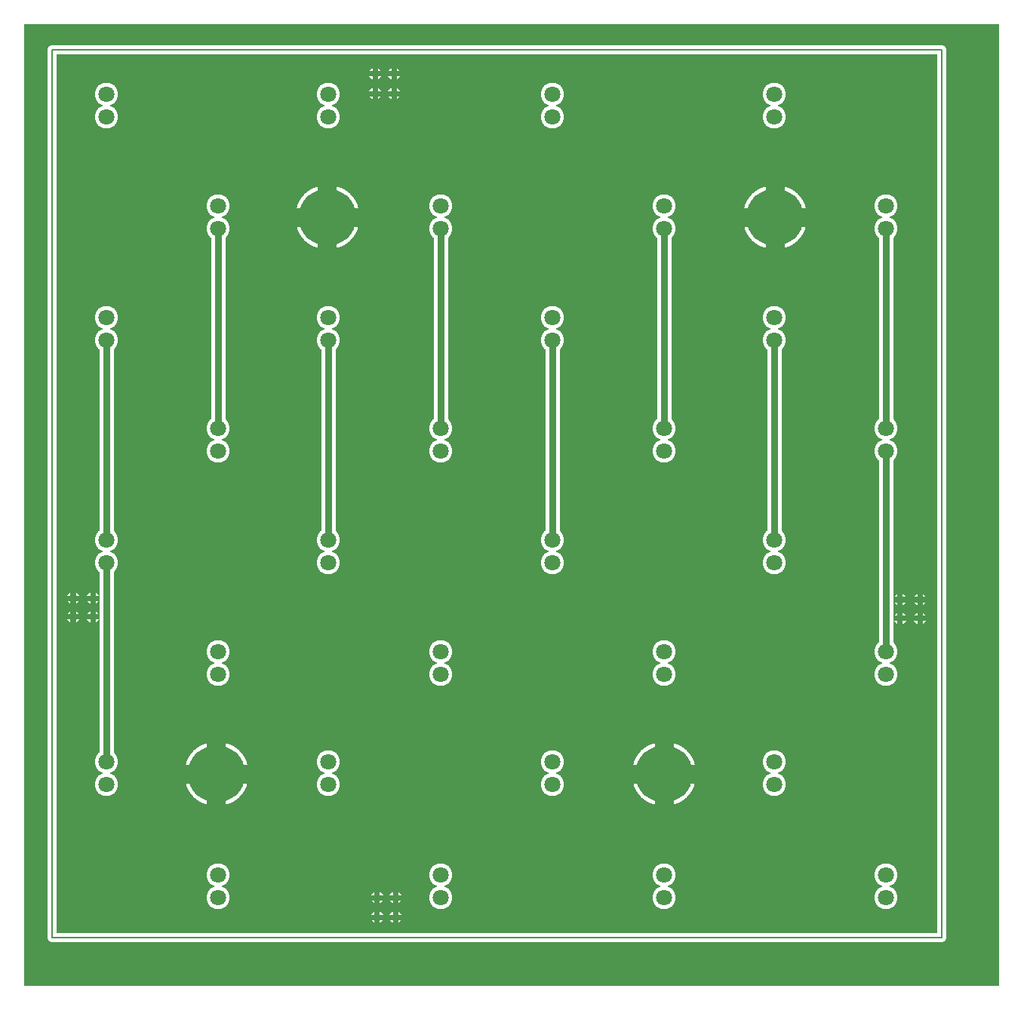
<source format=gbr>
%FSLAX34Y34*%
%MOMM*%
%LNCOPPER_TOP*%
G71*
G01*
%ADD10C, 2.60*%
%ADD11C, 1.40*%
%ADD12C, 1.60*%
%ADD13C, 1.00*%
%ADD14C, 7.20*%
%ADD15C, 0.60*%
%ADD16C, 2.13*%
%ADD17C, 0.20*%
%ADD18C, 1.80*%
%ADD19C, 0.60*%
%ADD20C, 0.80*%
%ADD21C, 6.40*%
%LPD*%
G36*
X-31353Y1025400D02*
X1062647Y1025400D01*
X1062647Y-54600D01*
X-31353Y-54600D01*
X-31353Y1025400D01*
G37*
%LPC*%
X435372Y571500D02*
G54D10*
D03*
X435372Y546100D02*
G54D10*
D03*
X686197Y571500D02*
G54D10*
D03*
X686197Y546100D02*
G54D10*
D03*
X935434Y571500D02*
G54D10*
D03*
X935434Y546100D02*
G54D10*
D03*
X186134Y571500D02*
G54D10*
D03*
X186134Y546100D02*
G54D10*
D03*
X435372Y320675D02*
G54D10*
D03*
X435372Y295275D02*
G54D10*
D03*
X686197Y320675D02*
G54D10*
D03*
X686197Y295275D02*
G54D10*
D03*
X935434Y320675D02*
G54D10*
D03*
X935434Y295275D02*
G54D10*
D03*
X186134Y320675D02*
G54D10*
D03*
X186134Y295275D02*
G54D10*
D03*
X435372Y69850D02*
G54D10*
D03*
X435372Y44450D02*
G54D10*
D03*
X686197Y69850D02*
G54D10*
D03*
X686197Y44450D02*
G54D10*
D03*
X935434Y69850D02*
G54D10*
D03*
X935434Y44450D02*
G54D10*
D03*
X186134Y69850D02*
G54D10*
D03*
X186134Y44450D02*
G54D10*
D03*
X309960Y196850D02*
G54D10*
D03*
X309960Y171450D02*
G54D10*
D03*
X560784Y196850D02*
G54D10*
D03*
X560784Y171450D02*
G54D10*
D03*
X810022Y196850D02*
G54D10*
D03*
X810022Y171450D02*
G54D10*
D03*
X60722Y196850D02*
G54D10*
D03*
X60722Y171450D02*
G54D10*
D03*
X309960Y446088D02*
G54D10*
D03*
X309960Y420688D02*
G54D10*
D03*
X560784Y446088D02*
G54D10*
D03*
X560784Y420688D02*
G54D10*
D03*
X810022Y446088D02*
G54D10*
D03*
X810022Y420688D02*
G54D10*
D03*
X60722Y446088D02*
G54D10*
D03*
X60722Y420688D02*
G54D10*
D03*
X309960Y695325D02*
G54D10*
D03*
X309960Y669925D02*
G54D10*
D03*
X560784Y695325D02*
G54D10*
D03*
X560784Y669925D02*
G54D10*
D03*
X810022Y695325D02*
G54D10*
D03*
X810022Y669925D02*
G54D10*
D03*
X60722Y695325D02*
G54D10*
D03*
X60722Y669925D02*
G54D10*
D03*
X435372Y820738D02*
G54D10*
D03*
X435372Y795338D02*
G54D10*
D03*
X686197Y820738D02*
G54D10*
D03*
X686197Y795338D02*
G54D10*
D03*
X935434Y820738D02*
G54D10*
D03*
X935434Y795338D02*
G54D10*
D03*
X186134Y820738D02*
G54D10*
D03*
X186134Y795338D02*
G54D10*
D03*
X309960Y946150D02*
G54D10*
D03*
X309960Y920750D02*
G54D10*
D03*
X560784Y946150D02*
G54D10*
D03*
X560784Y920750D02*
G54D10*
D03*
X810022Y946150D02*
G54D10*
D03*
X810022Y920750D02*
G54D10*
D03*
X60722Y946150D02*
G54D10*
D03*
X60722Y920750D02*
G54D10*
D03*
X362346Y946942D02*
G54D11*
D03*
X362346Y969167D02*
G54D11*
D03*
G54D12*
X186134Y795338D02*
X186134Y571500D01*
G54D12*
X309960Y669925D02*
X309960Y446088D01*
G54D12*
X435372Y795338D02*
X435372Y571500D01*
G54D12*
X560784Y669925D02*
X560784Y446088D01*
G54D12*
X810022Y669925D02*
X810022Y446088D01*
G54D12*
X686197Y795338D02*
X686197Y571500D01*
G54D12*
X935434Y795338D02*
X935434Y571500D01*
G54D12*
X935434Y546100D02*
X935434Y322262D01*
G54D12*
X60722Y669925D02*
X60722Y446088D01*
G54D12*
X60722Y420688D02*
X60722Y196850D01*
G54D13*
X0Y996156D02*
X998141Y996156D01*
X998141Y0D01*
X0Y0D01*
X0Y996156D01*
X811118Y808133D02*
G54D14*
D03*
X835118Y808133D02*
G54D11*
D03*
X828088Y791162D02*
G54D11*
D03*
X811118Y784133D02*
G54D11*
D03*
X794147Y791162D02*
G54D11*
D03*
X787118Y808133D02*
G54D11*
D03*
X794147Y825104D02*
G54D11*
D03*
X811118Y832133D02*
G54D11*
D03*
X828088Y825104D02*
G54D11*
D03*
X308559Y808038D02*
G54D14*
D03*
X332559Y808038D02*
G54D11*
D03*
X325530Y791068D02*
G54D11*
D03*
X308559Y784038D02*
G54D11*
D03*
X291588Y791068D02*
G54D11*
D03*
X284559Y808038D02*
G54D11*
D03*
X291588Y825009D02*
G54D11*
D03*
X308559Y832038D02*
G54D11*
D03*
X325530Y825009D02*
G54D11*
D03*
X686613Y183149D02*
G54D14*
D03*
X710613Y183149D02*
G54D11*
D03*
X703584Y166179D02*
G54D11*
D03*
X686613Y159149D02*
G54D11*
D03*
X669642Y166179D02*
G54D11*
D03*
X662613Y183149D02*
G54D11*
D03*
X669642Y200120D02*
G54D11*
D03*
X686613Y207150D02*
G54D11*
D03*
X703584Y200120D02*
G54D11*
D03*
X184054Y183054D02*
G54D14*
D03*
X208054Y183054D02*
G54D11*
D03*
X201025Y166084D02*
G54D11*
D03*
X184054Y159054D02*
G54D11*
D03*
X167084Y166084D02*
G54D11*
D03*
X160054Y183054D02*
G54D11*
D03*
X167084Y200025D02*
G54D11*
D03*
X184054Y207054D02*
G54D11*
D03*
X201025Y200025D02*
G54D11*
D03*
X383381Y946942D02*
G54D11*
D03*
X383381Y969167D02*
G54D11*
D03*
X23416Y380602D02*
G54D11*
D03*
X45640Y380602D02*
G54D11*
D03*
X23416Y359568D02*
G54D11*
D03*
X45640Y359568D02*
G54D11*
D03*
X364332Y22225D02*
G54D11*
D03*
X364332Y44450D02*
G54D11*
D03*
X385366Y22225D02*
G54D11*
D03*
X385366Y44450D02*
G54D11*
D03*
X951310Y379015D02*
G54D11*
D03*
X973535Y379015D02*
G54D11*
D03*
X951310Y357981D02*
G54D11*
D03*
X973535Y357981D02*
G54D11*
D03*
%LPD*%
G54D15*
G36*
X359346Y946942D02*
X359346Y954442D01*
X365346Y954442D01*
X365346Y946942D01*
X359346Y946942D01*
G37*
G36*
X362346Y949942D02*
X369846Y949942D01*
X369846Y943942D01*
X362346Y943942D01*
X362346Y949942D01*
G37*
G36*
X365346Y946942D02*
X365346Y939442D01*
X359346Y939442D01*
X359346Y946942D01*
X365346Y946942D01*
G37*
G36*
X362346Y943942D02*
X354846Y943942D01*
X354846Y949942D01*
X362346Y949942D01*
X362346Y943942D01*
G37*
G54D15*
G36*
X359346Y969167D02*
X359346Y976667D01*
X365346Y976667D01*
X365346Y969167D01*
X359346Y969167D01*
G37*
G36*
X362346Y972167D02*
X369846Y972167D01*
X369846Y966167D01*
X362346Y966167D01*
X362346Y972167D01*
G37*
G36*
X365346Y969167D02*
X365346Y961667D01*
X359346Y961667D01*
X359346Y969167D01*
X365346Y969167D01*
G37*
G36*
X362346Y966167D02*
X354846Y966167D01*
X354846Y972167D01*
X362346Y972167D01*
X362346Y966167D01*
G37*
G54D16*
G36*
X800451Y808133D02*
X800451Y844633D01*
X821784Y844633D01*
X821784Y808133D01*
X800451Y808133D01*
G37*
G36*
X811118Y818800D02*
X847618Y818800D01*
X847618Y797466D01*
X811118Y797466D01*
X811118Y818800D01*
G37*
G36*
X821784Y808133D02*
X821784Y771633D01*
X800451Y771633D01*
X800451Y808133D01*
X821784Y808133D01*
G37*
G36*
X811118Y797466D02*
X774618Y797466D01*
X774618Y818800D01*
X811118Y818800D01*
X811118Y797466D01*
G37*
G54D17*
G36*
X834118Y808133D02*
X834118Y815633D01*
X836118Y815633D01*
X836118Y808133D01*
X834118Y808133D01*
G37*
G36*
X835118Y809133D02*
X842618Y809133D01*
X842618Y807133D01*
X835118Y807133D01*
X835118Y809133D01*
G37*
G36*
X836118Y808133D02*
X836118Y800633D01*
X834118Y800633D01*
X834118Y808133D01*
X836118Y808133D01*
G37*
G36*
X835118Y807133D02*
X827618Y807133D01*
X827618Y809133D01*
X835118Y809133D01*
X835118Y807133D01*
G37*
G54D17*
G36*
X827088Y791162D02*
X827088Y798662D01*
X829088Y798662D01*
X829088Y791162D01*
X827088Y791162D01*
G37*
G36*
X828088Y792162D02*
X835588Y792162D01*
X835588Y790162D01*
X828088Y790162D01*
X828088Y792162D01*
G37*
G36*
X829088Y791162D02*
X829088Y783662D01*
X827088Y783662D01*
X827088Y791162D01*
X829088Y791162D01*
G37*
G36*
X828088Y790162D02*
X820588Y790162D01*
X820588Y792162D01*
X828088Y792162D01*
X828088Y790162D01*
G37*
G54D17*
G36*
X810118Y784133D02*
X810118Y791633D01*
X812118Y791633D01*
X812118Y784133D01*
X810118Y784133D01*
G37*
G36*
X811118Y785133D02*
X818618Y785133D01*
X818618Y783133D01*
X811118Y783133D01*
X811118Y785133D01*
G37*
G36*
X812118Y784133D02*
X812118Y776633D01*
X810118Y776633D01*
X810118Y784133D01*
X812118Y784133D01*
G37*
G36*
X811118Y783133D02*
X803618Y783133D01*
X803618Y785133D01*
X811118Y785133D01*
X811118Y783133D01*
G37*
G54D17*
G36*
X793147Y791162D02*
X793147Y798662D01*
X795147Y798662D01*
X795147Y791162D01*
X793147Y791162D01*
G37*
G36*
X794147Y792162D02*
X801647Y792162D01*
X801647Y790162D01*
X794147Y790162D01*
X794147Y792162D01*
G37*
G36*
X795147Y791162D02*
X795147Y783662D01*
X793147Y783662D01*
X793147Y791162D01*
X795147Y791162D01*
G37*
G36*
X794147Y790162D02*
X786647Y790162D01*
X786647Y792162D01*
X794147Y792162D01*
X794147Y790162D01*
G37*
G54D17*
G36*
X786118Y808133D02*
X786118Y815633D01*
X788118Y815633D01*
X788118Y808133D01*
X786118Y808133D01*
G37*
G36*
X787118Y809133D02*
X794618Y809133D01*
X794618Y807133D01*
X787118Y807133D01*
X787118Y809133D01*
G37*
G36*
X788118Y808133D02*
X788118Y800633D01*
X786118Y800633D01*
X786118Y808133D01*
X788118Y808133D01*
G37*
G36*
X787118Y807133D02*
X779618Y807133D01*
X779618Y809133D01*
X787118Y809133D01*
X787118Y807133D01*
G37*
G54D17*
G36*
X793147Y825104D02*
X793147Y832604D01*
X795147Y832604D01*
X795147Y825104D01*
X793147Y825104D01*
G37*
G36*
X794147Y826104D02*
X801647Y826104D01*
X801647Y824104D01*
X794147Y824104D01*
X794147Y826104D01*
G37*
G36*
X795147Y825104D02*
X795147Y817604D01*
X793147Y817604D01*
X793147Y825104D01*
X795147Y825104D01*
G37*
G36*
X794147Y824104D02*
X786647Y824104D01*
X786647Y826104D01*
X794147Y826104D01*
X794147Y824104D01*
G37*
G54D17*
G36*
X810118Y832133D02*
X810118Y839633D01*
X812118Y839633D01*
X812118Y832133D01*
X810118Y832133D01*
G37*
G36*
X811118Y833133D02*
X818618Y833133D01*
X818618Y831133D01*
X811118Y831133D01*
X811118Y833133D01*
G37*
G36*
X812118Y832133D02*
X812118Y824633D01*
X810118Y824633D01*
X810118Y832133D01*
X812118Y832133D01*
G37*
G36*
X811118Y831133D02*
X803618Y831133D01*
X803618Y833133D01*
X811118Y833133D01*
X811118Y831133D01*
G37*
G54D17*
G36*
X827088Y825104D02*
X827088Y832604D01*
X829088Y832604D01*
X829088Y825104D01*
X827088Y825104D01*
G37*
G36*
X828088Y826104D02*
X835588Y826104D01*
X835588Y824104D01*
X828088Y824104D01*
X828088Y826104D01*
G37*
G36*
X829088Y825104D02*
X829088Y817604D01*
X827088Y817604D01*
X827088Y825104D01*
X829088Y825104D01*
G37*
G36*
X828088Y824104D02*
X820588Y824104D01*
X820588Y826104D01*
X828088Y826104D01*
X828088Y824104D01*
G37*
G54D16*
G36*
X297892Y808038D02*
X297892Y844538D01*
X319226Y844538D01*
X319226Y808038D01*
X297892Y808038D01*
G37*
G36*
X308559Y818705D02*
X345059Y818705D01*
X345059Y797371D01*
X308559Y797371D01*
X308559Y818705D01*
G37*
G36*
X319226Y808038D02*
X319226Y771538D01*
X297892Y771538D01*
X297892Y808038D01*
X319226Y808038D01*
G37*
G36*
X308559Y797371D02*
X272059Y797371D01*
X272059Y818705D01*
X308559Y818705D01*
X308559Y797371D01*
G37*
G54D17*
G36*
X331559Y808038D02*
X331559Y815538D01*
X333559Y815538D01*
X333559Y808038D01*
X331559Y808038D01*
G37*
G36*
X332559Y809038D02*
X340059Y809038D01*
X340059Y807038D01*
X332559Y807038D01*
X332559Y809038D01*
G37*
G36*
X333559Y808038D02*
X333559Y800538D01*
X331559Y800538D01*
X331559Y808038D01*
X333559Y808038D01*
G37*
G36*
X332559Y807038D02*
X325059Y807038D01*
X325059Y809038D01*
X332559Y809038D01*
X332559Y807038D01*
G37*
G54D17*
G36*
X324530Y791068D02*
X324530Y798568D01*
X326530Y798568D01*
X326530Y791068D01*
X324530Y791068D01*
G37*
G36*
X325530Y792068D02*
X333030Y792068D01*
X333030Y790068D01*
X325530Y790068D01*
X325530Y792068D01*
G37*
G36*
X326530Y791068D02*
X326530Y783568D01*
X324530Y783568D01*
X324530Y791068D01*
X326530Y791068D01*
G37*
G36*
X325530Y790068D02*
X318030Y790068D01*
X318030Y792068D01*
X325530Y792068D01*
X325530Y790068D01*
G37*
G54D17*
G36*
X307559Y784038D02*
X307559Y791538D01*
X309559Y791538D01*
X309559Y784038D01*
X307559Y784038D01*
G37*
G36*
X308559Y785038D02*
X316059Y785038D01*
X316059Y783038D01*
X308559Y783038D01*
X308559Y785038D01*
G37*
G36*
X309559Y784038D02*
X309559Y776538D01*
X307559Y776538D01*
X307559Y784038D01*
X309559Y784038D01*
G37*
G36*
X308559Y783038D02*
X301059Y783038D01*
X301059Y785038D01*
X308559Y785038D01*
X308559Y783038D01*
G37*
G54D17*
G36*
X290588Y791068D02*
X290588Y798568D01*
X292588Y798568D01*
X292588Y791068D01*
X290588Y791068D01*
G37*
G36*
X291588Y792068D02*
X299088Y792068D01*
X299088Y790068D01*
X291588Y790068D01*
X291588Y792068D01*
G37*
G36*
X292588Y791068D02*
X292588Y783568D01*
X290588Y783568D01*
X290588Y791068D01*
X292588Y791068D01*
G37*
G36*
X291588Y790068D02*
X284088Y790068D01*
X284088Y792068D01*
X291588Y792068D01*
X291588Y790068D01*
G37*
G54D17*
G36*
X283559Y808038D02*
X283559Y815538D01*
X285559Y815538D01*
X285559Y808038D01*
X283559Y808038D01*
G37*
G36*
X284559Y809038D02*
X292059Y809038D01*
X292059Y807038D01*
X284559Y807038D01*
X284559Y809038D01*
G37*
G36*
X285559Y808038D02*
X285559Y800538D01*
X283559Y800538D01*
X283559Y808038D01*
X285559Y808038D01*
G37*
G36*
X284559Y807038D02*
X277059Y807038D01*
X277059Y809038D01*
X284559Y809038D01*
X284559Y807038D01*
G37*
G54D17*
G36*
X290588Y825009D02*
X290588Y832509D01*
X292588Y832509D01*
X292588Y825009D01*
X290588Y825009D01*
G37*
G36*
X291588Y826009D02*
X299088Y826009D01*
X299088Y824009D01*
X291588Y824009D01*
X291588Y826009D01*
G37*
G36*
X292588Y825009D02*
X292588Y817509D01*
X290588Y817509D01*
X290588Y825009D01*
X292588Y825009D01*
G37*
G36*
X291588Y824009D02*
X284088Y824009D01*
X284088Y826009D01*
X291588Y826009D01*
X291588Y824009D01*
G37*
G54D17*
G36*
X307559Y832038D02*
X307559Y839538D01*
X309559Y839538D01*
X309559Y832038D01*
X307559Y832038D01*
G37*
G36*
X308559Y833038D02*
X316059Y833038D01*
X316059Y831038D01*
X308559Y831038D01*
X308559Y833038D01*
G37*
G36*
X309559Y832038D02*
X309559Y824538D01*
X307559Y824538D01*
X307559Y832038D01*
X309559Y832038D01*
G37*
G36*
X308559Y831038D02*
X301059Y831038D01*
X301059Y833038D01*
X308559Y833038D01*
X308559Y831038D01*
G37*
G54D17*
G36*
X324530Y825009D02*
X324530Y832509D01*
X326530Y832509D01*
X326530Y825009D01*
X324530Y825009D01*
G37*
G36*
X325530Y826009D02*
X333030Y826009D01*
X333030Y824009D01*
X325530Y824009D01*
X325530Y826009D01*
G37*
G36*
X326530Y825009D02*
X326530Y817509D01*
X324530Y817509D01*
X324530Y825009D01*
X326530Y825009D01*
G37*
G36*
X325530Y824009D02*
X318030Y824009D01*
X318030Y826009D01*
X325530Y826009D01*
X325530Y824009D01*
G37*
G54D16*
G36*
X675946Y183149D02*
X675946Y219649D01*
X697280Y219649D01*
X697280Y183149D01*
X675946Y183149D01*
G37*
G36*
X686613Y193816D02*
X723113Y193816D01*
X723113Y172483D01*
X686613Y172483D01*
X686613Y193816D01*
G37*
G36*
X697280Y183149D02*
X697280Y146649D01*
X675946Y146649D01*
X675946Y183149D01*
X697280Y183149D01*
G37*
G36*
X686613Y172483D02*
X650113Y172483D01*
X650113Y193816D01*
X686613Y193816D01*
X686613Y172483D01*
G37*
G54D17*
G36*
X709613Y183149D02*
X709613Y190649D01*
X711613Y190649D01*
X711613Y183149D01*
X709613Y183149D01*
G37*
G36*
X710613Y184149D02*
X718113Y184149D01*
X718113Y182149D01*
X710613Y182149D01*
X710613Y184149D01*
G37*
G36*
X711613Y183149D02*
X711613Y175649D01*
X709613Y175649D01*
X709613Y183149D01*
X711613Y183149D01*
G37*
G36*
X710613Y182149D02*
X703113Y182149D01*
X703113Y184149D01*
X710613Y184149D01*
X710613Y182149D01*
G37*
G54D17*
G36*
X702584Y166179D02*
X702584Y173679D01*
X704584Y173679D01*
X704584Y166179D01*
X702584Y166179D01*
G37*
G36*
X703584Y167179D02*
X711084Y167179D01*
X711084Y165179D01*
X703584Y165179D01*
X703584Y167179D01*
G37*
G36*
X704584Y166179D02*
X704584Y158679D01*
X702584Y158679D01*
X702584Y166179D01*
X704584Y166179D01*
G37*
G36*
X703584Y165179D02*
X696084Y165179D01*
X696084Y167179D01*
X703584Y167179D01*
X703584Y165179D01*
G37*
G54D17*
G36*
X685613Y159149D02*
X685613Y166649D01*
X687613Y166649D01*
X687613Y159149D01*
X685613Y159149D01*
G37*
G36*
X686613Y160149D02*
X694113Y160149D01*
X694113Y158149D01*
X686613Y158149D01*
X686613Y160149D01*
G37*
G36*
X687613Y159149D02*
X687613Y151649D01*
X685613Y151649D01*
X685613Y159149D01*
X687613Y159149D01*
G37*
G36*
X686613Y158149D02*
X679113Y158149D01*
X679113Y160149D01*
X686613Y160149D01*
X686613Y158149D01*
G37*
G54D17*
G36*
X668642Y166179D02*
X668642Y173679D01*
X670642Y173679D01*
X670642Y166179D01*
X668642Y166179D01*
G37*
G36*
X669642Y167179D02*
X677142Y167179D01*
X677142Y165179D01*
X669642Y165179D01*
X669642Y167179D01*
G37*
G36*
X670642Y166179D02*
X670642Y158679D01*
X668642Y158679D01*
X668642Y166179D01*
X670642Y166179D01*
G37*
G36*
X669642Y165179D02*
X662142Y165179D01*
X662142Y167179D01*
X669642Y167179D01*
X669642Y165179D01*
G37*
G54D17*
G36*
X661613Y183149D02*
X661613Y190649D01*
X663613Y190649D01*
X663613Y183149D01*
X661613Y183149D01*
G37*
G36*
X662613Y184149D02*
X670113Y184149D01*
X670113Y182149D01*
X662613Y182149D01*
X662613Y184149D01*
G37*
G36*
X663613Y183149D02*
X663613Y175649D01*
X661613Y175649D01*
X661613Y183149D01*
X663613Y183149D01*
G37*
G36*
X662613Y182149D02*
X655113Y182149D01*
X655113Y184149D01*
X662613Y184149D01*
X662613Y182149D01*
G37*
G54D17*
G36*
X668642Y200120D02*
X668642Y207620D01*
X670642Y207620D01*
X670642Y200120D01*
X668642Y200120D01*
G37*
G36*
X669642Y201120D02*
X677142Y201120D01*
X677142Y199120D01*
X669642Y199120D01*
X669642Y201120D01*
G37*
G36*
X670642Y200120D02*
X670642Y192620D01*
X668642Y192620D01*
X668642Y200120D01*
X670642Y200120D01*
G37*
G36*
X669642Y199120D02*
X662142Y199120D01*
X662142Y201120D01*
X669642Y201120D01*
X669642Y199120D01*
G37*
G54D17*
G36*
X685613Y207150D02*
X685613Y214650D01*
X687613Y214650D01*
X687613Y207150D01*
X685613Y207150D01*
G37*
G36*
X686613Y208150D02*
X694113Y208150D01*
X694113Y206150D01*
X686613Y206150D01*
X686613Y208150D01*
G37*
G36*
X687613Y207150D02*
X687613Y199650D01*
X685613Y199650D01*
X685613Y207150D01*
X687613Y207150D01*
G37*
G36*
X686613Y206150D02*
X679113Y206150D01*
X679113Y208150D01*
X686613Y208150D01*
X686613Y206150D01*
G37*
G54D17*
G36*
X702584Y200120D02*
X702584Y207620D01*
X704584Y207620D01*
X704584Y200120D01*
X702584Y200120D01*
G37*
G36*
X703584Y201120D02*
X711084Y201120D01*
X711084Y199120D01*
X703584Y199120D01*
X703584Y201120D01*
G37*
G36*
X704584Y200120D02*
X704584Y192620D01*
X702584Y192620D01*
X702584Y200120D01*
X704584Y200120D01*
G37*
G36*
X703584Y199120D02*
X696084Y199120D01*
X696084Y201120D01*
X703584Y201120D01*
X703584Y199120D01*
G37*
G54D16*
G36*
X173388Y183054D02*
X173388Y219554D01*
X194721Y219554D01*
X194721Y183054D01*
X173388Y183054D01*
G37*
G36*
X184054Y193721D02*
X220554Y193721D01*
X220554Y172388D01*
X184054Y172388D01*
X184054Y193721D01*
G37*
G36*
X194721Y183054D02*
X194721Y146554D01*
X173388Y146554D01*
X173388Y183054D01*
X194721Y183054D01*
G37*
G36*
X184054Y172388D02*
X147554Y172388D01*
X147554Y193721D01*
X184054Y193721D01*
X184054Y172388D01*
G37*
G54D17*
G36*
X207054Y183054D02*
X207054Y190554D01*
X209054Y190554D01*
X209054Y183054D01*
X207054Y183054D01*
G37*
G36*
X208054Y184054D02*
X215554Y184054D01*
X215554Y182054D01*
X208054Y182054D01*
X208054Y184054D01*
G37*
G36*
X209054Y183054D02*
X209054Y175554D01*
X207054Y175554D01*
X207054Y183054D01*
X209054Y183054D01*
G37*
G36*
X208054Y182054D02*
X200554Y182054D01*
X200554Y184054D01*
X208054Y184054D01*
X208054Y182054D01*
G37*
G54D17*
G36*
X200025Y166084D02*
X200025Y173584D01*
X202025Y173584D01*
X202025Y166084D01*
X200025Y166084D01*
G37*
G36*
X201025Y167084D02*
X208525Y167084D01*
X208525Y165084D01*
X201025Y165084D01*
X201025Y167084D01*
G37*
G36*
X202025Y166084D02*
X202025Y158584D01*
X200025Y158584D01*
X200025Y166084D01*
X202025Y166084D01*
G37*
G36*
X201025Y165084D02*
X193525Y165084D01*
X193525Y167084D01*
X201025Y167084D01*
X201025Y165084D01*
G37*
G54D17*
G36*
X183054Y159054D02*
X183054Y166554D01*
X185054Y166554D01*
X185054Y159054D01*
X183054Y159054D01*
G37*
G36*
X184054Y160054D02*
X191554Y160054D01*
X191554Y158054D01*
X184054Y158054D01*
X184054Y160054D01*
G37*
G36*
X185054Y159054D02*
X185054Y151554D01*
X183054Y151554D01*
X183054Y159054D01*
X185054Y159054D01*
G37*
G36*
X184054Y158054D02*
X176554Y158054D01*
X176554Y160054D01*
X184054Y160054D01*
X184054Y158054D01*
G37*
G54D17*
G36*
X166084Y166084D02*
X166084Y173584D01*
X168084Y173584D01*
X168084Y166084D01*
X166084Y166084D01*
G37*
G36*
X167084Y167084D02*
X174584Y167084D01*
X174584Y165084D01*
X167084Y165084D01*
X167084Y167084D01*
G37*
G36*
X168084Y166084D02*
X168084Y158584D01*
X166084Y158584D01*
X166084Y166084D01*
X168084Y166084D01*
G37*
G36*
X167084Y165084D02*
X159584Y165084D01*
X159584Y167084D01*
X167084Y167084D01*
X167084Y165084D01*
G37*
G54D17*
G36*
X159054Y183054D02*
X159054Y190554D01*
X161054Y190554D01*
X161054Y183054D01*
X159054Y183054D01*
G37*
G36*
X160054Y184054D02*
X167554Y184054D01*
X167554Y182054D01*
X160054Y182054D01*
X160054Y184054D01*
G37*
G36*
X161054Y183054D02*
X161054Y175554D01*
X159054Y175554D01*
X159054Y183054D01*
X161054Y183054D01*
G37*
G36*
X160054Y182054D02*
X152554Y182054D01*
X152554Y184054D01*
X160054Y184054D01*
X160054Y182054D01*
G37*
G54D17*
G36*
X166084Y200025D02*
X166084Y207525D01*
X168084Y207525D01*
X168084Y200025D01*
X166084Y200025D01*
G37*
G36*
X167084Y201025D02*
X174584Y201025D01*
X174584Y199025D01*
X167084Y199025D01*
X167084Y201025D01*
G37*
G36*
X168084Y200025D02*
X168084Y192525D01*
X166084Y192525D01*
X166084Y200025D01*
X168084Y200025D01*
G37*
G36*
X167084Y199025D02*
X159584Y199025D01*
X159584Y201025D01*
X167084Y201025D01*
X167084Y199025D01*
G37*
G54D17*
G36*
X183054Y207054D02*
X183054Y214554D01*
X185054Y214554D01*
X185054Y207054D01*
X183054Y207054D01*
G37*
G36*
X184054Y208054D02*
X191554Y208054D01*
X191554Y206054D01*
X184054Y206054D01*
X184054Y208054D01*
G37*
G36*
X185054Y207054D02*
X185054Y199554D01*
X183054Y199554D01*
X183054Y207054D01*
X185054Y207054D01*
G37*
G36*
X184054Y206054D02*
X176554Y206054D01*
X176554Y208054D01*
X184054Y208054D01*
X184054Y206054D01*
G37*
G54D17*
G36*
X200025Y200025D02*
X200025Y207525D01*
X202025Y207525D01*
X202025Y200025D01*
X200025Y200025D01*
G37*
G36*
X201025Y201025D02*
X208525Y201025D01*
X208525Y199025D01*
X201025Y199025D01*
X201025Y201025D01*
G37*
G36*
X202025Y200025D02*
X202025Y192525D01*
X200025Y192525D01*
X200025Y200025D01*
X202025Y200025D01*
G37*
G36*
X201025Y199025D02*
X193525Y199025D01*
X193525Y201025D01*
X201025Y201025D01*
X201025Y199025D01*
G37*
G54D15*
G36*
X380381Y946942D02*
X380381Y954442D01*
X386381Y954442D01*
X386381Y946942D01*
X380381Y946942D01*
G37*
G36*
X383381Y949942D02*
X390881Y949942D01*
X390881Y943942D01*
X383381Y943942D01*
X383381Y949942D01*
G37*
G36*
X386381Y946942D02*
X386381Y939442D01*
X380381Y939442D01*
X380381Y946942D01*
X386381Y946942D01*
G37*
G36*
X383381Y943942D02*
X375881Y943942D01*
X375881Y949942D01*
X383381Y949942D01*
X383381Y943942D01*
G37*
G54D15*
G36*
X380381Y969167D02*
X380381Y976667D01*
X386381Y976667D01*
X386381Y969167D01*
X380381Y969167D01*
G37*
G36*
X383381Y972167D02*
X390881Y972167D01*
X390881Y966167D01*
X383381Y966167D01*
X383381Y972167D01*
G37*
G36*
X386381Y969167D02*
X386381Y961667D01*
X380381Y961667D01*
X380381Y969167D01*
X386381Y969167D01*
G37*
G36*
X383381Y966167D02*
X375881Y966167D01*
X375881Y972167D01*
X383381Y972167D01*
X383381Y966167D01*
G37*
G54D15*
G36*
X23416Y383602D02*
X30916Y383602D01*
X30916Y377602D01*
X23416Y377602D01*
X23416Y383602D01*
G37*
G36*
X26416Y380602D02*
X26416Y373102D01*
X20416Y373102D01*
X20416Y380602D01*
X26416Y380602D01*
G37*
G36*
X23416Y377602D02*
X15916Y377602D01*
X15916Y383602D01*
X23416Y383602D01*
X23416Y377602D01*
G37*
G36*
X20416Y380602D02*
X20416Y388102D01*
X26416Y388102D01*
X26416Y380602D01*
X20416Y380602D01*
G37*
G54D15*
G36*
X45640Y383602D02*
X53140Y383602D01*
X53140Y377602D01*
X45640Y377602D01*
X45640Y383602D01*
G37*
G36*
X48640Y380602D02*
X48640Y373102D01*
X42640Y373102D01*
X42640Y380602D01*
X48640Y380602D01*
G37*
G36*
X45640Y377602D02*
X38140Y377602D01*
X38140Y383602D01*
X45640Y383602D01*
X45640Y377602D01*
G37*
G36*
X42640Y380602D02*
X42640Y388102D01*
X48640Y388102D01*
X48640Y380602D01*
X42640Y380602D01*
G37*
G54D15*
G36*
X23416Y362568D02*
X30916Y362568D01*
X30916Y356568D01*
X23416Y356568D01*
X23416Y362568D01*
G37*
G36*
X26416Y359568D02*
X26416Y352068D01*
X20416Y352068D01*
X20416Y359568D01*
X26416Y359568D01*
G37*
G36*
X23416Y356568D02*
X15916Y356568D01*
X15916Y362568D01*
X23416Y362568D01*
X23416Y356568D01*
G37*
G36*
X20416Y359568D02*
X20416Y367068D01*
X26416Y367068D01*
X26416Y359568D01*
X20416Y359568D01*
G37*
G54D15*
G36*
X45640Y362568D02*
X53140Y362568D01*
X53140Y356568D01*
X45640Y356568D01*
X45640Y362568D01*
G37*
G36*
X48640Y359568D02*
X48640Y352068D01*
X42640Y352068D01*
X42640Y359568D01*
X48640Y359568D01*
G37*
G36*
X45640Y356568D02*
X38140Y356568D01*
X38140Y362568D01*
X45640Y362568D01*
X45640Y356568D01*
G37*
G36*
X42640Y359568D02*
X42640Y367068D01*
X48640Y367068D01*
X48640Y359568D01*
X42640Y359568D01*
G37*
G54D15*
G36*
X361332Y22225D02*
X361332Y29725D01*
X367332Y29725D01*
X367332Y22225D01*
X361332Y22225D01*
G37*
G36*
X364332Y25225D02*
X371832Y25225D01*
X371832Y19225D01*
X364332Y19225D01*
X364332Y25225D01*
G37*
G36*
X367332Y22225D02*
X367332Y14725D01*
X361332Y14725D01*
X361332Y22225D01*
X367332Y22225D01*
G37*
G36*
X364332Y19225D02*
X356832Y19225D01*
X356832Y25225D01*
X364332Y25225D01*
X364332Y19225D01*
G37*
G54D15*
G36*
X361332Y44450D02*
X361332Y51950D01*
X367332Y51950D01*
X367332Y44450D01*
X361332Y44450D01*
G37*
G36*
X364332Y47450D02*
X371832Y47450D01*
X371832Y41450D01*
X364332Y41450D01*
X364332Y47450D01*
G37*
G36*
X367332Y44450D02*
X367332Y36950D01*
X361332Y36950D01*
X361332Y44450D01*
X367332Y44450D01*
G37*
G36*
X364332Y41450D02*
X356832Y41450D01*
X356832Y47450D01*
X364332Y47450D01*
X364332Y41450D01*
G37*
G54D15*
G36*
X382366Y22225D02*
X382366Y29725D01*
X388366Y29725D01*
X388366Y22225D01*
X382366Y22225D01*
G37*
G36*
X385366Y25225D02*
X392866Y25225D01*
X392866Y19225D01*
X385366Y19225D01*
X385366Y25225D01*
G37*
G36*
X388366Y22225D02*
X388366Y14725D01*
X382366Y14725D01*
X382366Y22225D01*
X388366Y22225D01*
G37*
G36*
X385366Y19225D02*
X377866Y19225D01*
X377866Y25225D01*
X385366Y25225D01*
X385366Y19225D01*
G37*
G54D15*
G36*
X382366Y44450D02*
X382366Y51950D01*
X388366Y51950D01*
X388366Y44450D01*
X382366Y44450D01*
G37*
G36*
X385366Y47450D02*
X392866Y47450D01*
X392866Y41450D01*
X385366Y41450D01*
X385366Y47450D01*
G37*
G36*
X388366Y44450D02*
X388366Y36950D01*
X382366Y36950D01*
X382366Y44450D01*
X388366Y44450D01*
G37*
G36*
X385366Y41450D02*
X377866Y41450D01*
X377866Y47450D01*
X385366Y47450D01*
X385366Y41450D01*
G37*
G54D15*
G36*
X951310Y382015D02*
X958810Y382015D01*
X958810Y376015D01*
X951310Y376015D01*
X951310Y382015D01*
G37*
G36*
X954310Y379015D02*
X954310Y371515D01*
X948310Y371515D01*
X948310Y379015D01*
X954310Y379015D01*
G37*
G36*
X951310Y376015D02*
X943810Y376015D01*
X943810Y382015D01*
X951310Y382015D01*
X951310Y376015D01*
G37*
G36*
X948310Y379015D02*
X948310Y386515D01*
X954310Y386515D01*
X954310Y379015D01*
X948310Y379015D01*
G37*
G54D15*
G36*
X973535Y382015D02*
X981035Y382015D01*
X981035Y376015D01*
X973535Y376015D01*
X973535Y382015D01*
G37*
G36*
X976535Y379015D02*
X976535Y371515D01*
X970535Y371515D01*
X970535Y379015D01*
X976535Y379015D01*
G37*
G36*
X973535Y376015D02*
X966035Y376015D01*
X966035Y382015D01*
X973535Y382015D01*
X973535Y376015D01*
G37*
G36*
X970535Y379015D02*
X970535Y386515D01*
X976535Y386515D01*
X976535Y379015D01*
X970535Y379015D01*
G37*
G54D15*
G36*
X951310Y360981D02*
X958810Y360981D01*
X958810Y354981D01*
X951310Y354981D01*
X951310Y360981D01*
G37*
G36*
X954310Y357981D02*
X954310Y350481D01*
X948310Y350481D01*
X948310Y357981D01*
X954310Y357981D01*
G37*
G36*
X951310Y354981D02*
X943810Y354981D01*
X943810Y360981D01*
X951310Y360981D01*
X951310Y354981D01*
G37*
G36*
X948310Y357981D02*
X948310Y365481D01*
X954310Y365481D01*
X954310Y357981D01*
X948310Y357981D01*
G37*
G54D15*
G36*
X973535Y360981D02*
X981035Y360981D01*
X981035Y354981D01*
X973535Y354981D01*
X973535Y360981D01*
G37*
G36*
X976535Y357981D02*
X976535Y350481D01*
X970535Y350481D01*
X970535Y357981D01*
X976535Y357981D01*
G37*
G36*
X973535Y354981D02*
X966035Y354981D01*
X966035Y360981D01*
X973535Y360981D01*
X973535Y354981D01*
G37*
G36*
X970535Y357981D02*
X970535Y365481D01*
X976535Y365481D01*
X976535Y357981D01*
X970535Y357981D01*
G37*
X435372Y571500D02*
G54D18*
D03*
X435372Y546100D02*
G54D18*
D03*
X686197Y571500D02*
G54D18*
D03*
X686197Y546100D02*
G54D18*
D03*
X935434Y571500D02*
G54D18*
D03*
X935434Y546100D02*
G54D18*
D03*
X186134Y571500D02*
G54D18*
D03*
X186134Y546100D02*
G54D18*
D03*
X435372Y320675D02*
G54D18*
D03*
X435372Y295275D02*
G54D18*
D03*
X686197Y320675D02*
G54D18*
D03*
X686197Y295275D02*
G54D18*
D03*
X935434Y320675D02*
G54D18*
D03*
X935434Y295275D02*
G54D18*
D03*
X186134Y320675D02*
G54D18*
D03*
X186134Y295275D02*
G54D18*
D03*
X435372Y69850D02*
G54D18*
D03*
X435372Y44450D02*
G54D18*
D03*
X686197Y69850D02*
G54D18*
D03*
X686197Y44450D02*
G54D18*
D03*
X935434Y69850D02*
G54D18*
D03*
X935434Y44450D02*
G54D18*
D03*
X186134Y69850D02*
G54D18*
D03*
X186134Y44450D02*
G54D18*
D03*
X309960Y196850D02*
G54D18*
D03*
X309960Y171450D02*
G54D18*
D03*
X560784Y196850D02*
G54D18*
D03*
X560784Y171450D02*
G54D18*
D03*
X810022Y196850D02*
G54D18*
D03*
X810022Y171450D02*
G54D18*
D03*
X60722Y196850D02*
G54D18*
D03*
X60722Y171450D02*
G54D18*
D03*
X309960Y446088D02*
G54D18*
D03*
X309960Y420688D02*
G54D18*
D03*
X560784Y446088D02*
G54D18*
D03*
X560784Y420688D02*
G54D18*
D03*
X810022Y446088D02*
G54D18*
D03*
X810022Y420688D02*
G54D18*
D03*
X60722Y446088D02*
G54D18*
D03*
X60722Y420688D02*
G54D18*
D03*
X309960Y695325D02*
G54D18*
D03*
X309960Y669925D02*
G54D18*
D03*
X560784Y695325D02*
G54D18*
D03*
X560784Y669925D02*
G54D18*
D03*
X810022Y695325D02*
G54D18*
D03*
X810022Y669925D02*
G54D18*
D03*
X60722Y695325D02*
G54D18*
D03*
X60722Y669925D02*
G54D18*
D03*
X435372Y820738D02*
G54D18*
D03*
X435372Y795338D02*
G54D18*
D03*
X686197Y820738D02*
G54D18*
D03*
X686197Y795338D02*
G54D18*
D03*
X935434Y820738D02*
G54D18*
D03*
X935434Y795338D02*
G54D18*
D03*
X186134Y820738D02*
G54D18*
D03*
X186134Y795338D02*
G54D18*
D03*
X309960Y946150D02*
G54D18*
D03*
X309960Y920750D02*
G54D18*
D03*
X560784Y946150D02*
G54D18*
D03*
X560784Y920750D02*
G54D18*
D03*
X810022Y946150D02*
G54D18*
D03*
X810022Y920750D02*
G54D18*
D03*
X60722Y946150D02*
G54D18*
D03*
X60722Y920750D02*
G54D18*
D03*
X362346Y946942D02*
G54D19*
D03*
X362346Y969167D02*
G54D19*
D03*
G54D20*
X186134Y795338D02*
X186134Y571500D01*
G54D20*
X309960Y669925D02*
X309960Y446088D01*
G54D20*
X435372Y795338D02*
X435372Y571500D01*
G54D20*
X560784Y669925D02*
X560784Y446088D01*
G54D20*
X810022Y669925D02*
X810022Y446088D01*
G54D20*
X686197Y795338D02*
X686197Y571500D01*
G54D20*
X935434Y795338D02*
X935434Y571500D01*
G54D20*
X935434Y546100D02*
X935434Y322262D01*
G54D20*
X60722Y669925D02*
X60722Y446088D01*
G54D20*
X60722Y420688D02*
X60722Y196850D01*
G54D17*
X0Y996156D02*
X998141Y996156D01*
X998141Y0D01*
X0Y0D01*
X0Y996156D01*
X811118Y808133D02*
G54D21*
D03*
X835118Y808133D02*
G54D19*
D03*
X828088Y791162D02*
G54D19*
D03*
X811118Y784133D02*
G54D19*
D03*
X794147Y791162D02*
G54D19*
D03*
X787118Y808133D02*
G54D19*
D03*
X794147Y825104D02*
G54D19*
D03*
X811118Y832133D02*
G54D19*
D03*
X828088Y825104D02*
G54D19*
D03*
X308559Y808038D02*
G54D21*
D03*
X332559Y808038D02*
G54D19*
D03*
X325530Y791068D02*
G54D19*
D03*
X308559Y784038D02*
G54D19*
D03*
X291588Y791068D02*
G54D19*
D03*
X284559Y808038D02*
G54D19*
D03*
X291588Y825009D02*
G54D19*
D03*
X308559Y832038D02*
G54D19*
D03*
X325530Y825009D02*
G54D19*
D03*
X686613Y183149D02*
G54D21*
D03*
X710613Y183149D02*
G54D19*
D03*
X703584Y166179D02*
G54D19*
D03*
X686613Y159149D02*
G54D19*
D03*
X669642Y166179D02*
G54D19*
D03*
X662613Y183149D02*
G54D19*
D03*
X669642Y200120D02*
G54D19*
D03*
X686613Y207150D02*
G54D19*
D03*
X703584Y200120D02*
G54D19*
D03*
X184054Y183054D02*
G54D21*
D03*
X208054Y183054D02*
G54D19*
D03*
X201025Y166084D02*
G54D19*
D03*
X184054Y159054D02*
G54D19*
D03*
X167084Y166084D02*
G54D19*
D03*
X160054Y183054D02*
G54D19*
D03*
X167084Y200025D02*
G54D19*
D03*
X184054Y207054D02*
G54D19*
D03*
X201025Y200025D02*
G54D19*
D03*
X383381Y946942D02*
G54D19*
D03*
X383381Y969167D02*
G54D19*
D03*
X23416Y380602D02*
G54D19*
D03*
X45640Y380602D02*
G54D19*
D03*
X23416Y359568D02*
G54D19*
D03*
X45640Y359568D02*
G54D19*
D03*
X364332Y22225D02*
G54D19*
D03*
X364332Y44450D02*
G54D19*
D03*
X385366Y22225D02*
G54D19*
D03*
X385366Y44450D02*
G54D19*
D03*
X951310Y379015D02*
G54D19*
D03*
X973535Y379015D02*
G54D19*
D03*
X951310Y357981D02*
G54D19*
D03*
X973535Y357981D02*
G54D19*
D03*
M02*

</source>
